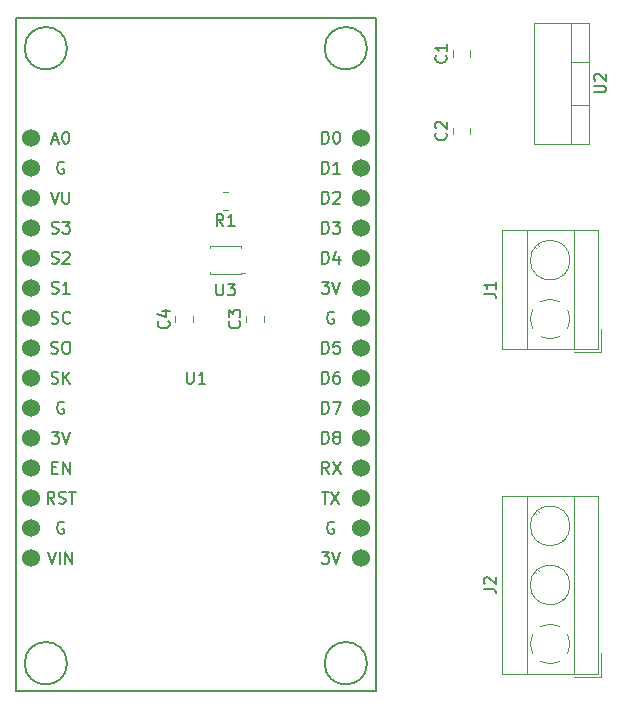
<source format=gbr>
%TF.GenerationSoftware,KiCad,Pcbnew,6.0.7-f9a2dced07~116~ubuntu22.04.1*%
%TF.CreationDate,2022-09-17T16:40:37+08:00*%
%TF.ProjectId,WLED-12V,574c4544-2d31-4325-962e-6b696361645f,rev?*%
%TF.SameCoordinates,Original*%
%TF.FileFunction,Legend,Top*%
%TF.FilePolarity,Positive*%
%FSLAX46Y46*%
G04 Gerber Fmt 4.6, Leading zero omitted, Abs format (unit mm)*
G04 Created by KiCad (PCBNEW 6.0.7-f9a2dced07~116~ubuntu22.04.1) date 2022-09-17 16:40:37*
%MOMM*%
%LPD*%
G01*
G04 APERTURE LIST*
%ADD10C,0.150000*%
%ADD11C,0.120000*%
%ADD12C,1.524000*%
G04 APERTURE END LIST*
D10*
%TO.C,C1*%
X121177142Y-47666666D02*
X121224761Y-47714285D01*
X121272380Y-47857142D01*
X121272380Y-47952380D01*
X121224761Y-48095238D01*
X121129523Y-48190476D01*
X121034285Y-48238095D01*
X120843809Y-48285714D01*
X120700952Y-48285714D01*
X120510476Y-48238095D01*
X120415238Y-48190476D01*
X120320000Y-48095238D01*
X120272380Y-47952380D01*
X120272380Y-47857142D01*
X120320000Y-47714285D01*
X120367619Y-47666666D01*
X121272380Y-46714285D02*
X121272380Y-47285714D01*
X121272380Y-47000000D02*
X120272380Y-47000000D01*
X120415238Y-47095238D01*
X120510476Y-47190476D01*
X120558095Y-47285714D01*
%TO.C,U1*%
X99238095Y-74452380D02*
X99238095Y-75261904D01*
X99285714Y-75357142D01*
X99333333Y-75404761D01*
X99428571Y-75452380D01*
X99619047Y-75452380D01*
X99714285Y-75404761D01*
X99761904Y-75357142D01*
X99809523Y-75261904D01*
X99809523Y-74452380D01*
X100809523Y-75452380D02*
X100238095Y-75452380D01*
X100523809Y-75452380D02*
X100523809Y-74452380D01*
X100428571Y-74595238D01*
X100333333Y-74690476D01*
X100238095Y-74738095D01*
X110668095Y-66832380D02*
X111287142Y-66832380D01*
X110953809Y-67213333D01*
X111096666Y-67213333D01*
X111191904Y-67260952D01*
X111239523Y-67308571D01*
X111287142Y-67403809D01*
X111287142Y-67641904D01*
X111239523Y-67737142D01*
X111191904Y-67784761D01*
X111096666Y-67832380D01*
X110810952Y-67832380D01*
X110715714Y-67784761D01*
X110668095Y-67737142D01*
X111572857Y-66832380D02*
X111906190Y-67832380D01*
X112239523Y-66832380D01*
X110691904Y-62752380D02*
X110691904Y-61752380D01*
X110930000Y-61752380D01*
X111072857Y-61800000D01*
X111168095Y-61895238D01*
X111215714Y-61990476D01*
X111263333Y-62180952D01*
X111263333Y-62323809D01*
X111215714Y-62514285D01*
X111168095Y-62609523D01*
X111072857Y-62704761D01*
X110930000Y-62752380D01*
X110691904Y-62752380D01*
X111596666Y-61752380D02*
X112215714Y-61752380D01*
X111882380Y-62133333D01*
X112025238Y-62133333D01*
X112120476Y-62180952D01*
X112168095Y-62228571D01*
X112215714Y-62323809D01*
X112215714Y-62561904D01*
X112168095Y-62657142D01*
X112120476Y-62704761D01*
X112025238Y-62752380D01*
X111739523Y-62752380D01*
X111644285Y-62704761D01*
X111596666Y-62657142D01*
X110691904Y-55132380D02*
X110691904Y-54132380D01*
X110930000Y-54132380D01*
X111072857Y-54180000D01*
X111168095Y-54275238D01*
X111215714Y-54370476D01*
X111263333Y-54560952D01*
X111263333Y-54703809D01*
X111215714Y-54894285D01*
X111168095Y-54989523D01*
X111072857Y-55084761D01*
X110930000Y-55132380D01*
X110691904Y-55132380D01*
X111882380Y-54132380D02*
X111977619Y-54132380D01*
X112072857Y-54180000D01*
X112120476Y-54227619D01*
X112168095Y-54322857D01*
X112215714Y-54513333D01*
X112215714Y-54751428D01*
X112168095Y-54941904D01*
X112120476Y-55037142D01*
X112072857Y-55084761D01*
X111977619Y-55132380D01*
X111882380Y-55132380D01*
X111787142Y-55084761D01*
X111739523Y-55037142D01*
X111691904Y-54941904D01*
X111644285Y-54751428D01*
X111644285Y-54513333D01*
X111691904Y-54322857D01*
X111739523Y-54227619D01*
X111787142Y-54180000D01*
X111882380Y-54132380D01*
X110691904Y-77992380D02*
X110691904Y-76992380D01*
X110930000Y-76992380D01*
X111072857Y-77040000D01*
X111168095Y-77135238D01*
X111215714Y-77230476D01*
X111263333Y-77420952D01*
X111263333Y-77563809D01*
X111215714Y-77754285D01*
X111168095Y-77849523D01*
X111072857Y-77944761D01*
X110930000Y-77992380D01*
X110691904Y-77992380D01*
X111596666Y-76992380D02*
X112263333Y-76992380D01*
X111834761Y-77992380D01*
X88022380Y-85612380D02*
X87689047Y-85136190D01*
X87450952Y-85612380D02*
X87450952Y-84612380D01*
X87831904Y-84612380D01*
X87927142Y-84660000D01*
X87974761Y-84707619D01*
X88022380Y-84802857D01*
X88022380Y-84945714D01*
X87974761Y-85040952D01*
X87927142Y-85088571D01*
X87831904Y-85136190D01*
X87450952Y-85136190D01*
X88403333Y-85564761D02*
X88546190Y-85612380D01*
X88784285Y-85612380D01*
X88879523Y-85564761D01*
X88927142Y-85517142D01*
X88974761Y-85421904D01*
X88974761Y-85326666D01*
X88927142Y-85231428D01*
X88879523Y-85183809D01*
X88784285Y-85136190D01*
X88593809Y-85088571D01*
X88498571Y-85040952D01*
X88450952Y-84993333D01*
X88403333Y-84898095D01*
X88403333Y-84802857D01*
X88450952Y-84707619D01*
X88498571Y-84660000D01*
X88593809Y-84612380D01*
X88831904Y-84612380D01*
X88974761Y-84660000D01*
X89260476Y-84612380D02*
X89831904Y-84612380D01*
X89546190Y-85612380D02*
X89546190Y-84612380D01*
X110668095Y-84612380D02*
X111239523Y-84612380D01*
X110953809Y-85612380D02*
X110953809Y-84612380D01*
X111477619Y-84612380D02*
X112144285Y-85612380D01*
X112144285Y-84612380D02*
X111477619Y-85612380D01*
X87808095Y-67784761D02*
X87950952Y-67832380D01*
X88189047Y-67832380D01*
X88284285Y-67784761D01*
X88331904Y-67737142D01*
X88379523Y-67641904D01*
X88379523Y-67546666D01*
X88331904Y-67451428D01*
X88284285Y-67403809D01*
X88189047Y-67356190D01*
X87998571Y-67308571D01*
X87903333Y-67260952D01*
X87855714Y-67213333D01*
X87808095Y-67118095D01*
X87808095Y-67022857D01*
X87855714Y-66927619D01*
X87903333Y-66880000D01*
X87998571Y-66832380D01*
X88236666Y-66832380D01*
X88379523Y-66880000D01*
X89331904Y-67832380D02*
X88760476Y-67832380D01*
X89046190Y-67832380D02*
X89046190Y-66832380D01*
X88950952Y-66975238D01*
X88855714Y-67070476D01*
X88760476Y-67118095D01*
X88831904Y-77040000D02*
X88736666Y-76992380D01*
X88593809Y-76992380D01*
X88450952Y-77040000D01*
X88355714Y-77135238D01*
X88308095Y-77230476D01*
X88260476Y-77420952D01*
X88260476Y-77563809D01*
X88308095Y-77754285D01*
X88355714Y-77849523D01*
X88450952Y-77944761D01*
X88593809Y-77992380D01*
X88689047Y-77992380D01*
X88831904Y-77944761D01*
X88879523Y-77897142D01*
X88879523Y-77563809D01*
X88689047Y-77563809D01*
X110691904Y-80532380D02*
X110691904Y-79532380D01*
X110930000Y-79532380D01*
X111072857Y-79580000D01*
X111168095Y-79675238D01*
X111215714Y-79770476D01*
X111263333Y-79960952D01*
X111263333Y-80103809D01*
X111215714Y-80294285D01*
X111168095Y-80389523D01*
X111072857Y-80484761D01*
X110930000Y-80532380D01*
X110691904Y-80532380D01*
X111834761Y-79960952D02*
X111739523Y-79913333D01*
X111691904Y-79865714D01*
X111644285Y-79770476D01*
X111644285Y-79722857D01*
X111691904Y-79627619D01*
X111739523Y-79580000D01*
X111834761Y-79532380D01*
X112025238Y-79532380D01*
X112120476Y-79580000D01*
X112168095Y-79627619D01*
X112215714Y-79722857D01*
X112215714Y-79770476D01*
X112168095Y-79865714D01*
X112120476Y-79913333D01*
X112025238Y-79960952D01*
X111834761Y-79960952D01*
X111739523Y-80008571D01*
X111691904Y-80056190D01*
X111644285Y-80151428D01*
X111644285Y-80341904D01*
X111691904Y-80437142D01*
X111739523Y-80484761D01*
X111834761Y-80532380D01*
X112025238Y-80532380D01*
X112120476Y-80484761D01*
X112168095Y-80437142D01*
X112215714Y-80341904D01*
X112215714Y-80151428D01*
X112168095Y-80056190D01*
X112120476Y-80008571D01*
X112025238Y-79960952D01*
X111691904Y-87200000D02*
X111596666Y-87152380D01*
X111453809Y-87152380D01*
X111310952Y-87200000D01*
X111215714Y-87295238D01*
X111168095Y-87390476D01*
X111120476Y-87580952D01*
X111120476Y-87723809D01*
X111168095Y-87914285D01*
X111215714Y-88009523D01*
X111310952Y-88104761D01*
X111453809Y-88152380D01*
X111549047Y-88152380D01*
X111691904Y-88104761D01*
X111739523Y-88057142D01*
X111739523Y-87723809D01*
X111549047Y-87723809D01*
X110691904Y-65292380D02*
X110691904Y-64292380D01*
X110930000Y-64292380D01*
X111072857Y-64340000D01*
X111168095Y-64435238D01*
X111215714Y-64530476D01*
X111263333Y-64720952D01*
X111263333Y-64863809D01*
X111215714Y-65054285D01*
X111168095Y-65149523D01*
X111072857Y-65244761D01*
X110930000Y-65292380D01*
X110691904Y-65292380D01*
X112120476Y-64625714D02*
X112120476Y-65292380D01*
X111882380Y-64244761D02*
X111644285Y-64959047D01*
X112263333Y-64959047D01*
X110691904Y-60212380D02*
X110691904Y-59212380D01*
X110930000Y-59212380D01*
X111072857Y-59260000D01*
X111168095Y-59355238D01*
X111215714Y-59450476D01*
X111263333Y-59640952D01*
X111263333Y-59783809D01*
X111215714Y-59974285D01*
X111168095Y-60069523D01*
X111072857Y-60164761D01*
X110930000Y-60212380D01*
X110691904Y-60212380D01*
X111644285Y-59307619D02*
X111691904Y-59260000D01*
X111787142Y-59212380D01*
X112025238Y-59212380D01*
X112120476Y-59260000D01*
X112168095Y-59307619D01*
X112215714Y-59402857D01*
X112215714Y-59498095D01*
X112168095Y-59640952D01*
X111596666Y-60212380D01*
X112215714Y-60212380D01*
X111691904Y-69420000D02*
X111596666Y-69372380D01*
X111453809Y-69372380D01*
X111310952Y-69420000D01*
X111215714Y-69515238D01*
X111168095Y-69610476D01*
X111120476Y-69800952D01*
X111120476Y-69943809D01*
X111168095Y-70134285D01*
X111215714Y-70229523D01*
X111310952Y-70324761D01*
X111453809Y-70372380D01*
X111549047Y-70372380D01*
X111691904Y-70324761D01*
X111739523Y-70277142D01*
X111739523Y-69943809D01*
X111549047Y-69943809D01*
X87808095Y-62704761D02*
X87950952Y-62752380D01*
X88189047Y-62752380D01*
X88284285Y-62704761D01*
X88331904Y-62657142D01*
X88379523Y-62561904D01*
X88379523Y-62466666D01*
X88331904Y-62371428D01*
X88284285Y-62323809D01*
X88189047Y-62276190D01*
X87998571Y-62228571D01*
X87903333Y-62180952D01*
X87855714Y-62133333D01*
X87808095Y-62038095D01*
X87808095Y-61942857D01*
X87855714Y-61847619D01*
X87903333Y-61800000D01*
X87998571Y-61752380D01*
X88236666Y-61752380D01*
X88379523Y-61800000D01*
X88712857Y-61752380D02*
X89331904Y-61752380D01*
X88998571Y-62133333D01*
X89141428Y-62133333D01*
X89236666Y-62180952D01*
X89284285Y-62228571D01*
X89331904Y-62323809D01*
X89331904Y-62561904D01*
X89284285Y-62657142D01*
X89236666Y-62704761D01*
X89141428Y-62752380D01*
X88855714Y-62752380D01*
X88760476Y-62704761D01*
X88712857Y-62657142D01*
X87760476Y-72864761D02*
X87903333Y-72912380D01*
X88141428Y-72912380D01*
X88236666Y-72864761D01*
X88284285Y-72817142D01*
X88331904Y-72721904D01*
X88331904Y-72626666D01*
X88284285Y-72531428D01*
X88236666Y-72483809D01*
X88141428Y-72436190D01*
X87950952Y-72388571D01*
X87855714Y-72340952D01*
X87808095Y-72293333D01*
X87760476Y-72198095D01*
X87760476Y-72102857D01*
X87808095Y-72007619D01*
X87855714Y-71960000D01*
X87950952Y-71912380D01*
X88189047Y-71912380D01*
X88331904Y-71960000D01*
X88950952Y-71912380D02*
X89141428Y-71912380D01*
X89236666Y-71960000D01*
X89331904Y-72055238D01*
X89379523Y-72245714D01*
X89379523Y-72579047D01*
X89331904Y-72769523D01*
X89236666Y-72864761D01*
X89141428Y-72912380D01*
X88950952Y-72912380D01*
X88855714Y-72864761D01*
X88760476Y-72769523D01*
X88712857Y-72579047D01*
X88712857Y-72245714D01*
X88760476Y-72055238D01*
X88855714Y-71960000D01*
X88950952Y-71912380D01*
X87831904Y-82548571D02*
X88165238Y-82548571D01*
X88308095Y-83072380D02*
X87831904Y-83072380D01*
X87831904Y-82072380D01*
X88308095Y-82072380D01*
X88736666Y-83072380D02*
X88736666Y-82072380D01*
X89308095Y-83072380D01*
X89308095Y-82072380D01*
X87808095Y-79532380D02*
X88427142Y-79532380D01*
X88093809Y-79913333D01*
X88236666Y-79913333D01*
X88331904Y-79960952D01*
X88379523Y-80008571D01*
X88427142Y-80103809D01*
X88427142Y-80341904D01*
X88379523Y-80437142D01*
X88331904Y-80484761D01*
X88236666Y-80532380D01*
X87950952Y-80532380D01*
X87855714Y-80484761D01*
X87808095Y-80437142D01*
X88712857Y-79532380D02*
X89046190Y-80532380D01*
X89379523Y-79532380D01*
X88831904Y-87200000D02*
X88736666Y-87152380D01*
X88593809Y-87152380D01*
X88450952Y-87200000D01*
X88355714Y-87295238D01*
X88308095Y-87390476D01*
X88260476Y-87580952D01*
X88260476Y-87723809D01*
X88308095Y-87914285D01*
X88355714Y-88009523D01*
X88450952Y-88104761D01*
X88593809Y-88152380D01*
X88689047Y-88152380D01*
X88831904Y-88104761D01*
X88879523Y-88057142D01*
X88879523Y-87723809D01*
X88689047Y-87723809D01*
X87784285Y-70324761D02*
X87927142Y-70372380D01*
X88165238Y-70372380D01*
X88260476Y-70324761D01*
X88308095Y-70277142D01*
X88355714Y-70181904D01*
X88355714Y-70086666D01*
X88308095Y-69991428D01*
X88260476Y-69943809D01*
X88165238Y-69896190D01*
X87974761Y-69848571D01*
X87879523Y-69800952D01*
X87831904Y-69753333D01*
X87784285Y-69658095D01*
X87784285Y-69562857D01*
X87831904Y-69467619D01*
X87879523Y-69420000D01*
X87974761Y-69372380D01*
X88212857Y-69372380D01*
X88355714Y-69420000D01*
X89355714Y-70277142D02*
X89308095Y-70324761D01*
X89165238Y-70372380D01*
X89070000Y-70372380D01*
X88927142Y-70324761D01*
X88831904Y-70229523D01*
X88784285Y-70134285D01*
X88736666Y-69943809D01*
X88736666Y-69800952D01*
X88784285Y-69610476D01*
X88831904Y-69515238D01*
X88927142Y-69420000D01*
X89070000Y-69372380D01*
X89165238Y-69372380D01*
X89308095Y-69420000D01*
X89355714Y-69467619D01*
X110691904Y-57672380D02*
X110691904Y-56672380D01*
X110930000Y-56672380D01*
X111072857Y-56720000D01*
X111168095Y-56815238D01*
X111215714Y-56910476D01*
X111263333Y-57100952D01*
X111263333Y-57243809D01*
X111215714Y-57434285D01*
X111168095Y-57529523D01*
X111072857Y-57624761D01*
X110930000Y-57672380D01*
X110691904Y-57672380D01*
X112215714Y-57672380D02*
X111644285Y-57672380D01*
X111930000Y-57672380D02*
X111930000Y-56672380D01*
X111834761Y-56815238D01*
X111739523Y-56910476D01*
X111644285Y-56958095D01*
X110691904Y-75452380D02*
X110691904Y-74452380D01*
X110930000Y-74452380D01*
X111072857Y-74500000D01*
X111168095Y-74595238D01*
X111215714Y-74690476D01*
X111263333Y-74880952D01*
X111263333Y-75023809D01*
X111215714Y-75214285D01*
X111168095Y-75309523D01*
X111072857Y-75404761D01*
X110930000Y-75452380D01*
X110691904Y-75452380D01*
X112120476Y-74452380D02*
X111930000Y-74452380D01*
X111834761Y-74500000D01*
X111787142Y-74547619D01*
X111691904Y-74690476D01*
X111644285Y-74880952D01*
X111644285Y-75261904D01*
X111691904Y-75357142D01*
X111739523Y-75404761D01*
X111834761Y-75452380D01*
X112025238Y-75452380D01*
X112120476Y-75404761D01*
X112168095Y-75357142D01*
X112215714Y-75261904D01*
X112215714Y-75023809D01*
X112168095Y-74928571D01*
X112120476Y-74880952D01*
X112025238Y-74833333D01*
X111834761Y-74833333D01*
X111739523Y-74880952D01*
X111691904Y-74928571D01*
X111644285Y-75023809D01*
X88831904Y-56720000D02*
X88736666Y-56672380D01*
X88593809Y-56672380D01*
X88450952Y-56720000D01*
X88355714Y-56815238D01*
X88308095Y-56910476D01*
X88260476Y-57100952D01*
X88260476Y-57243809D01*
X88308095Y-57434285D01*
X88355714Y-57529523D01*
X88450952Y-57624761D01*
X88593809Y-57672380D01*
X88689047Y-57672380D01*
X88831904Y-57624761D01*
X88879523Y-57577142D01*
X88879523Y-57243809D01*
X88689047Y-57243809D01*
X87474761Y-89692380D02*
X87808095Y-90692380D01*
X88141428Y-89692380D01*
X88474761Y-90692380D02*
X88474761Y-89692380D01*
X88950952Y-90692380D02*
X88950952Y-89692380D01*
X89522380Y-90692380D01*
X89522380Y-89692380D01*
X87712857Y-59212380D02*
X88046190Y-60212380D01*
X88379523Y-59212380D01*
X88712857Y-59212380D02*
X88712857Y-60021904D01*
X88760476Y-60117142D01*
X88808095Y-60164761D01*
X88903333Y-60212380D01*
X89093809Y-60212380D01*
X89189047Y-60164761D01*
X89236666Y-60117142D01*
X89284285Y-60021904D01*
X89284285Y-59212380D01*
X87808095Y-65244761D02*
X87950952Y-65292380D01*
X88189047Y-65292380D01*
X88284285Y-65244761D01*
X88331904Y-65197142D01*
X88379523Y-65101904D01*
X88379523Y-65006666D01*
X88331904Y-64911428D01*
X88284285Y-64863809D01*
X88189047Y-64816190D01*
X87998571Y-64768571D01*
X87903333Y-64720952D01*
X87855714Y-64673333D01*
X87808095Y-64578095D01*
X87808095Y-64482857D01*
X87855714Y-64387619D01*
X87903333Y-64340000D01*
X87998571Y-64292380D01*
X88236666Y-64292380D01*
X88379523Y-64340000D01*
X88760476Y-64387619D02*
X88808095Y-64340000D01*
X88903333Y-64292380D01*
X89141428Y-64292380D01*
X89236666Y-64340000D01*
X89284285Y-64387619D01*
X89331904Y-64482857D01*
X89331904Y-64578095D01*
X89284285Y-64720952D01*
X88712857Y-65292380D01*
X89331904Y-65292380D01*
X111263333Y-83072380D02*
X110930000Y-82596190D01*
X110691904Y-83072380D02*
X110691904Y-82072380D01*
X111072857Y-82072380D01*
X111168095Y-82120000D01*
X111215714Y-82167619D01*
X111263333Y-82262857D01*
X111263333Y-82405714D01*
X111215714Y-82500952D01*
X111168095Y-82548571D01*
X111072857Y-82596190D01*
X110691904Y-82596190D01*
X111596666Y-82072380D02*
X112263333Y-83072380D01*
X112263333Y-82072380D02*
X111596666Y-83072380D01*
X87855714Y-54846666D02*
X88331904Y-54846666D01*
X87760476Y-55132380D02*
X88093809Y-54132380D01*
X88427142Y-55132380D01*
X88950952Y-54132380D02*
X89046190Y-54132380D01*
X89141428Y-54180000D01*
X89189047Y-54227619D01*
X89236666Y-54322857D01*
X89284285Y-54513333D01*
X89284285Y-54751428D01*
X89236666Y-54941904D01*
X89189047Y-55037142D01*
X89141428Y-55084761D01*
X89046190Y-55132380D01*
X88950952Y-55132380D01*
X88855714Y-55084761D01*
X88808095Y-55037142D01*
X88760476Y-54941904D01*
X88712857Y-54751428D01*
X88712857Y-54513333D01*
X88760476Y-54322857D01*
X88808095Y-54227619D01*
X88855714Y-54180000D01*
X88950952Y-54132380D01*
X110691904Y-72912380D02*
X110691904Y-71912380D01*
X110930000Y-71912380D01*
X111072857Y-71960000D01*
X111168095Y-72055238D01*
X111215714Y-72150476D01*
X111263333Y-72340952D01*
X111263333Y-72483809D01*
X111215714Y-72674285D01*
X111168095Y-72769523D01*
X111072857Y-72864761D01*
X110930000Y-72912380D01*
X110691904Y-72912380D01*
X112168095Y-71912380D02*
X111691904Y-71912380D01*
X111644285Y-72388571D01*
X111691904Y-72340952D01*
X111787142Y-72293333D01*
X112025238Y-72293333D01*
X112120476Y-72340952D01*
X112168095Y-72388571D01*
X112215714Y-72483809D01*
X112215714Y-72721904D01*
X112168095Y-72817142D01*
X112120476Y-72864761D01*
X112025238Y-72912380D01*
X111787142Y-72912380D01*
X111691904Y-72864761D01*
X111644285Y-72817142D01*
X87784285Y-75404761D02*
X87927142Y-75452380D01*
X88165238Y-75452380D01*
X88260476Y-75404761D01*
X88308095Y-75357142D01*
X88355714Y-75261904D01*
X88355714Y-75166666D01*
X88308095Y-75071428D01*
X88260476Y-75023809D01*
X88165238Y-74976190D01*
X87974761Y-74928571D01*
X87879523Y-74880952D01*
X87831904Y-74833333D01*
X87784285Y-74738095D01*
X87784285Y-74642857D01*
X87831904Y-74547619D01*
X87879523Y-74500000D01*
X87974761Y-74452380D01*
X88212857Y-74452380D01*
X88355714Y-74500000D01*
X88784285Y-75452380D02*
X88784285Y-74452380D01*
X89355714Y-75452380D02*
X88927142Y-74880952D01*
X89355714Y-74452380D02*
X88784285Y-75023809D01*
X110668095Y-89692380D02*
X111287142Y-89692380D01*
X110953809Y-90073333D01*
X111096666Y-90073333D01*
X111191904Y-90120952D01*
X111239523Y-90168571D01*
X111287142Y-90263809D01*
X111287142Y-90501904D01*
X111239523Y-90597142D01*
X111191904Y-90644761D01*
X111096666Y-90692380D01*
X110810952Y-90692380D01*
X110715714Y-90644761D01*
X110668095Y-90597142D01*
X111572857Y-89692380D02*
X111906190Y-90692380D01*
X112239523Y-89692380D01*
%TO.C,R1*%
X102333333Y-62102380D02*
X102000000Y-61626190D01*
X101761904Y-62102380D02*
X101761904Y-61102380D01*
X102142857Y-61102380D01*
X102238095Y-61150000D01*
X102285714Y-61197619D01*
X102333333Y-61292857D01*
X102333333Y-61435714D01*
X102285714Y-61530952D01*
X102238095Y-61578571D01*
X102142857Y-61626190D01*
X101761904Y-61626190D01*
X103285714Y-62102380D02*
X102714285Y-62102380D01*
X103000000Y-62102380D02*
X103000000Y-61102380D01*
X102904761Y-61245238D01*
X102809523Y-61340476D01*
X102714285Y-61388095D01*
%TO.C,J1*%
X124392380Y-67833333D02*
X125106666Y-67833333D01*
X125249523Y-67880952D01*
X125344761Y-67976190D01*
X125392380Y-68119047D01*
X125392380Y-68214285D01*
X125392380Y-66833333D02*
X125392380Y-67404761D01*
X125392380Y-67119047D02*
X124392380Y-67119047D01*
X124535238Y-67214285D01*
X124630476Y-67309523D01*
X124678095Y-67404761D01*
%TO.C,J2*%
X124392380Y-92833333D02*
X125106666Y-92833333D01*
X125249523Y-92880952D01*
X125344761Y-92976190D01*
X125392380Y-93119047D01*
X125392380Y-93214285D01*
X124487619Y-92404761D02*
X124440000Y-92357142D01*
X124392380Y-92261904D01*
X124392380Y-92023809D01*
X124440000Y-91928571D01*
X124487619Y-91880952D01*
X124582857Y-91833333D01*
X124678095Y-91833333D01*
X124820952Y-91880952D01*
X125392380Y-92452380D01*
X125392380Y-91833333D01*
%TO.C,U2*%
X133722380Y-50801904D02*
X134531904Y-50801904D01*
X134627142Y-50754285D01*
X134674761Y-50706666D01*
X134722380Y-50611428D01*
X134722380Y-50420952D01*
X134674761Y-50325714D01*
X134627142Y-50278095D01*
X134531904Y-50230476D01*
X133722380Y-50230476D01*
X133817619Y-49801904D02*
X133770000Y-49754285D01*
X133722380Y-49659047D01*
X133722380Y-49420952D01*
X133770000Y-49325714D01*
X133817619Y-49278095D01*
X133912857Y-49230476D01*
X134008095Y-49230476D01*
X134150952Y-49278095D01*
X134722380Y-49849523D01*
X134722380Y-49230476D01*
%TO.C,U3*%
X101738095Y-66992380D02*
X101738095Y-67801904D01*
X101785714Y-67897142D01*
X101833333Y-67944761D01*
X101928571Y-67992380D01*
X102119047Y-67992380D01*
X102214285Y-67944761D01*
X102261904Y-67897142D01*
X102309523Y-67801904D01*
X102309523Y-66992380D01*
X102690476Y-66992380D02*
X103309523Y-66992380D01*
X102976190Y-67373333D01*
X103119047Y-67373333D01*
X103214285Y-67420952D01*
X103261904Y-67468571D01*
X103309523Y-67563809D01*
X103309523Y-67801904D01*
X103261904Y-67897142D01*
X103214285Y-67944761D01*
X103119047Y-67992380D01*
X102833333Y-67992380D01*
X102738095Y-67944761D01*
X102690476Y-67897142D01*
%TO.C,C2*%
X121177142Y-54216666D02*
X121224761Y-54264285D01*
X121272380Y-54407142D01*
X121272380Y-54502380D01*
X121224761Y-54645238D01*
X121129523Y-54740476D01*
X121034285Y-54788095D01*
X120843809Y-54835714D01*
X120700952Y-54835714D01*
X120510476Y-54788095D01*
X120415238Y-54740476D01*
X120320000Y-54645238D01*
X120272380Y-54502380D01*
X120272380Y-54407142D01*
X120320000Y-54264285D01*
X120367619Y-54216666D01*
X120367619Y-53835714D02*
X120320000Y-53788095D01*
X120272380Y-53692857D01*
X120272380Y-53454761D01*
X120320000Y-53359523D01*
X120367619Y-53311904D01*
X120462857Y-53264285D01*
X120558095Y-53264285D01*
X120700952Y-53311904D01*
X121272380Y-53883333D01*
X121272380Y-53264285D01*
%TO.C,C4*%
X97677142Y-70166666D02*
X97724761Y-70214285D01*
X97772380Y-70357142D01*
X97772380Y-70452380D01*
X97724761Y-70595238D01*
X97629523Y-70690476D01*
X97534285Y-70738095D01*
X97343809Y-70785714D01*
X97200952Y-70785714D01*
X97010476Y-70738095D01*
X96915238Y-70690476D01*
X96820000Y-70595238D01*
X96772380Y-70452380D01*
X96772380Y-70357142D01*
X96820000Y-70214285D01*
X96867619Y-70166666D01*
X97105714Y-69309523D02*
X97772380Y-69309523D01*
X96724761Y-69547619D02*
X97439047Y-69785714D01*
X97439047Y-69166666D01*
%TO.C,C3*%
X103677142Y-70166666D02*
X103724761Y-70214285D01*
X103772380Y-70357142D01*
X103772380Y-70452380D01*
X103724761Y-70595238D01*
X103629523Y-70690476D01*
X103534285Y-70738095D01*
X103343809Y-70785714D01*
X103200952Y-70785714D01*
X103010476Y-70738095D01*
X102915238Y-70690476D01*
X102820000Y-70595238D01*
X102772380Y-70452380D01*
X102772380Y-70357142D01*
X102820000Y-70214285D01*
X102867619Y-70166666D01*
X102772380Y-69833333D02*
X102772380Y-69214285D01*
X103153333Y-69547619D01*
X103153333Y-69404761D01*
X103200952Y-69309523D01*
X103248571Y-69261904D01*
X103343809Y-69214285D01*
X103581904Y-69214285D01*
X103677142Y-69261904D01*
X103724761Y-69309523D01*
X103772380Y-69404761D01*
X103772380Y-69690476D01*
X103724761Y-69785714D01*
X103677142Y-69833333D01*
D11*
%TO.C,C1*%
X123235000Y-47761252D02*
X123235000Y-47238748D01*
X121765000Y-47761252D02*
X121765000Y-47238748D01*
D10*
%TO.C,U1*%
X115250000Y-101500000D02*
X115250000Y-44500000D01*
X84750000Y-101500000D02*
X115250000Y-101500000D01*
X115250000Y-44500000D02*
X85250000Y-44500000D01*
X84750000Y-44500000D02*
X84750000Y-101500000D01*
X85250000Y-44500000D02*
X84750000Y-44500000D01*
X89096051Y-47060000D02*
G75*
G03*
X89096051Y-47060000I-1796051J0D01*
G01*
X114496051Y-47060000D02*
G75*
G03*
X114496051Y-47060000I-1796051J0D01*
G01*
X114496051Y-99130000D02*
G75*
G03*
X114496051Y-99130000I-1796051J0D01*
G01*
X89096051Y-99130000D02*
G75*
G03*
X89096051Y-99130000I-1796051J0D01*
G01*
D11*
%TO.C,R1*%
X102727064Y-60735000D02*
X102272936Y-60735000D01*
X102727064Y-59265000D02*
X102272936Y-59265000D01*
%TO.C,J1*%
X132060000Y-72800000D02*
X134300000Y-72800000D01*
X130976000Y-66180000D02*
X131069000Y-66274000D01*
X128000000Y-72560000D02*
X128000000Y-62440000D01*
X128931000Y-63725000D02*
X129024000Y-63819000D01*
X125940000Y-62440000D02*
X134060000Y-62440000D01*
X134060000Y-72560000D02*
X134060000Y-62440000D01*
X134300000Y-72800000D02*
X134300000Y-70800000D01*
X125940000Y-72560000D02*
X134060000Y-72560000D01*
X132000000Y-72560000D02*
X132000000Y-62440000D01*
X131216000Y-66010000D02*
X131274000Y-66069000D01*
X125940000Y-72560000D02*
X125940000Y-62440000D01*
X128725000Y-63930000D02*
X128784000Y-63989000D01*
X129211000Y-71484000D02*
G75*
G03*
X130789089Y-71483953I789000J1483995D01*
G01*
X130789000Y-68515999D02*
G75*
G03*
X129210911Y-68516047I-789000J-1484001D01*
G01*
X131680000Y-70000000D02*
G75*
G03*
X131483352Y-69211288I-1680000J0D01*
G01*
X131484000Y-70789000D02*
G75*
G03*
X131680450Y-69970617I-1483995J788998D01*
G01*
X128516000Y-69211000D02*
G75*
G03*
X128516047Y-70789089I1483995J-789000D01*
G01*
X131680000Y-65000000D02*
G75*
G03*
X131680000Y-65000000I-1680000J0D01*
G01*
%TO.C,J2*%
X131216000Y-93510000D02*
X131274000Y-93569000D01*
X125940000Y-100060000D02*
X125940000Y-84940000D01*
X128931000Y-86225000D02*
X129024000Y-86319000D01*
X134060000Y-100060000D02*
X134060000Y-84940000D01*
X132060000Y-100300000D02*
X134300000Y-100300000D01*
X128725000Y-91430000D02*
X128784000Y-91489000D01*
X131216000Y-88510000D02*
X131274000Y-88569000D01*
X125940000Y-100060000D02*
X134060000Y-100060000D01*
X125940000Y-84940000D02*
X134060000Y-84940000D01*
X132000000Y-100060000D02*
X132000000Y-84940000D01*
X130976000Y-88680000D02*
X131069000Y-88774000D01*
X134300000Y-100300000D02*
X134300000Y-98300000D01*
X130976000Y-93680000D02*
X131069000Y-93774000D01*
X128000000Y-100060000D02*
X128000000Y-84940000D01*
X128725000Y-86430000D02*
X128784000Y-86489000D01*
X128931000Y-91225000D02*
X129024000Y-91319000D01*
X129211000Y-98984000D02*
G75*
G03*
X130789089Y-98983953I789000J1483995D01*
G01*
X130789000Y-96015999D02*
G75*
G03*
X129210911Y-96016047I-789000J-1484001D01*
G01*
X128516000Y-96711000D02*
G75*
G03*
X128516047Y-98289089I1483995J-789000D01*
G01*
X131484000Y-98289000D02*
G75*
G03*
X131680450Y-97470617I-1483995J788998D01*
G01*
X131680000Y-97500000D02*
G75*
G03*
X131483352Y-96711288I-1680000J0D01*
G01*
X131680000Y-92500000D02*
G75*
G03*
X131680000Y-92500000I-1680000J0D01*
G01*
X131680000Y-87500000D02*
G75*
G03*
X131680000Y-87500000I-1680000J0D01*
G01*
%TO.C,U2*%
X128629000Y-44920000D02*
X128629000Y-55160000D01*
X133270000Y-44920000D02*
X133270000Y-55160000D01*
X131760000Y-44920000D02*
X131760000Y-55160000D01*
X133270000Y-51891000D02*
X131760000Y-51891000D01*
X133270000Y-44920000D02*
X128629000Y-44920000D01*
X133270000Y-48190000D02*
X131760000Y-48190000D01*
X133270000Y-55160000D02*
X128629000Y-55160000D01*
%TO.C,U3*%
X103800000Y-63800000D02*
X101200000Y-63800000D01*
X101200000Y-66000000D02*
X101200000Y-66200000D01*
X103800000Y-66100000D02*
X104200000Y-66100000D01*
X101200000Y-63800000D02*
X101200000Y-64000000D01*
X101200000Y-66200000D02*
X103800000Y-66200000D01*
X103800000Y-63800000D02*
X103800000Y-64000000D01*
X103800000Y-66200000D02*
X103800000Y-66100000D01*
%TO.C,C2*%
X123235000Y-54311252D02*
X123235000Y-53788748D01*
X121765000Y-54311252D02*
X121765000Y-53788748D01*
%TO.C,C4*%
X98265000Y-70261252D02*
X98265000Y-69738748D01*
X99735000Y-70261252D02*
X99735000Y-69738748D01*
%TO.C,C3*%
X105735000Y-70261252D02*
X105735000Y-69738748D01*
X104265000Y-70261252D02*
X104265000Y-69738748D01*
%TD*%
D12*
%TO.C,U1*%
X86030000Y-54680000D03*
X86030000Y-57220000D03*
X86030000Y-59760000D03*
X86030000Y-62300000D03*
X86030000Y-64840000D03*
X86030000Y-67380000D03*
X86030000Y-69920000D03*
X86030000Y-72460000D03*
X86030000Y-75000000D03*
X86030000Y-77540000D03*
X86030000Y-80080000D03*
X86030000Y-82620000D03*
X86030000Y-85160000D03*
X86030000Y-87700000D03*
X86030000Y-90240000D03*
X113970000Y-90240000D03*
X113970000Y-87700000D03*
X113970000Y-85160000D03*
X113970000Y-82620000D03*
X113970000Y-80080000D03*
X113970000Y-77540000D03*
X113970000Y-75000000D03*
X113970000Y-72460000D03*
X113970000Y-69920000D03*
X113970000Y-67380000D03*
X113970000Y-64840000D03*
X113970000Y-62300000D03*
X113970000Y-59760000D03*
X113970000Y-57220000D03*
X113970000Y-54680000D03*
%TD*%
M02*

</source>
